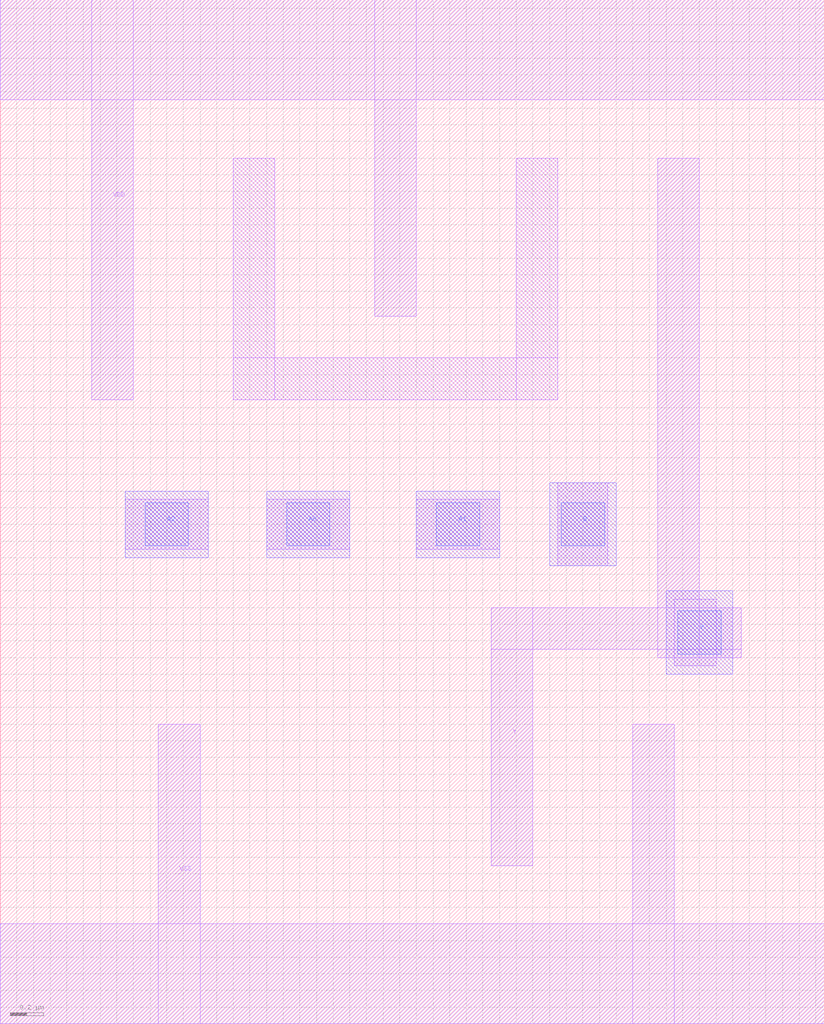
<source format=lef>
# Copyright 2022 Google LLC
# Licensed under the Apache License, Version 2.0 (the "License");
# you may not use this file except in compliance with the License.
# You may obtain a copy of the License at
#
#      http://www.apache.org/licenses/LICENSE-2.0
#
# Unless required by applicable law or agreed to in writing, software
# distributed under the License is distributed on an "AS IS" BASIS,
# WITHOUT WARRANTIES OR CONDITIONS OF ANY KIND, either express or implied.
# See the License for the specific language governing permissions and
# limitations under the License.
VERSION 5.7 ;
BUSBITCHARS "[]" ;
DIVIDERCHAR "/" ;

MACRO gf180mcu_osu_sc_9T_aoi31_1
  CLASS CORE ;
  ORIGIN 0 0 ;
  FOREIGN gf180mcu_osu_sc_9T_aoi31_1 0 0 ;
  SIZE 4.95 BY 6.15 ;
  SYMMETRY X Y ;
  SITE GF180_3p3_12t ;
  PIN VDD
    DIRECTION INOUT ;
    USE POWER ;
    SHAPE ABUTMENT ;
    PORT
      LAYER MET1 ;
        RECT 0 5.55 4.95 6.15 ;
        RECT 2.25 4.25 2.5 6.15 ;
        RECT 0.55 3.75 0.8 6.15 ;
    END
  END VDD
  PIN VSS
    DIRECTION INOUT ;
    USE GROUND ;
    PORT
      LAYER MET1 ;
        RECT 0 0 4.95 0.6 ;
        RECT 3.8 0 4.05 1.8 ;
        RECT 0.95 0 1.2 1.8 ;
    END
  END VSS
  PIN A0
    DIRECTION INPUT ;
    USE SIGNAL ;
    PORT
      LAYER MET1 ;
        RECT 1.6 2.85 2.1 3.15 ;
      LAYER MET2 ;
        RECT 1.6 2.8 2.1 3.2 ;
      LAYER VIA12 ;
        RECT 1.72 2.87 1.98 3.13 ;
    END
  END A0
  PIN A1
    DIRECTION INPUT ;
    USE SIGNAL ;
    PORT
      LAYER MET1 ;
        RECT 2.5 2.85 3 3.15 ;
      LAYER MET2 ;
        RECT 2.5 2.8 3 3.2 ;
      LAYER VIA12 ;
        RECT 2.62 2.87 2.88 3.13 ;
    END
  END A1
  PIN A2
    DIRECTION INPUT ;
    USE SIGNAL ;
    PORT
      LAYER MET1 ;
        RECT 0.75 2.85 1.25 3.15 ;
      LAYER MET2 ;
        RECT 0.75 2.8 1.25 3.2 ;
      LAYER VIA12 ;
        RECT 0.87 2.87 1.13 3.13 ;
    END
  END A2
  PIN B
    DIRECTION INPUT ;
    USE SIGNAL ;
    PORT
      LAYER MET1 ;
        RECT 3.35 2.75 3.65 3.25 ;
      LAYER MET2 ;
        RECT 3.3 2.75 3.7 3.25 ;
      LAYER VIA12 ;
        RECT 3.37 2.87 3.63 3.13 ;
    END
  END B
  PIN Y
    DIRECTION OUTPUT ;
    USE SIGNAL ;
    PORT
      LAYER MET1 ;
        RECT 2.95 2.25 4.45 2.5 ;
        RECT 3.95 2.2 4.45 2.5 ;
        RECT 4.05 2.15 4.3 2.55 ;
        RECT 3.95 2.2 4.2 5.2 ;
        RECT 2.95 0.95 3.2 2.5 ;
      LAYER MET2 ;
        RECT 4 2.1 4.4 2.6 ;
      LAYER VIA12 ;
        RECT 4.07 2.22 4.33 2.48 ;
    END
  END Y
  OBS
    LAYER MET1 ;
      RECT 3.1 3.75 3.35 5.2 ;
      RECT 1.4 3.75 1.65 5.2 ;
      RECT 1.4 3.75 3.35 4 ;
  END
END gf180mcu_osu_sc_9T_aoi31_1

</source>
